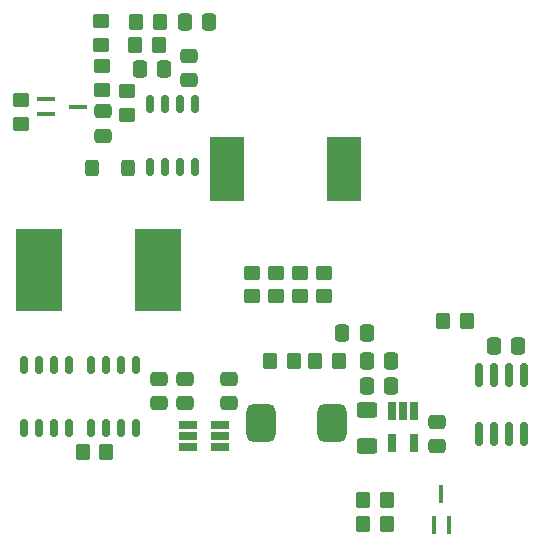
<source format=gtp>
G04 #@! TF.GenerationSoftware,KiCad,Pcbnew,(6.0.4)*
G04 #@! TF.CreationDate,2023-01-27T20:38:21-05:00*
G04 #@! TF.ProjectId,charging_on_the_pad,63686172-6769-46e6-975f-6f6e5f746865,rev?*
G04 #@! TF.SameCoordinates,Original*
G04 #@! TF.FileFunction,Paste,Top*
G04 #@! TF.FilePolarity,Positive*
%FSLAX46Y46*%
G04 Gerber Fmt 4.6, Leading zero omitted, Abs format (unit mm)*
G04 Created by KiCad (PCBNEW (6.0.4)) date 2023-01-27 20:38:21*
%MOMM*%
%LPD*%
G01*
G04 APERTURE LIST*
G04 Aperture macros list*
%AMRoundRect*
0 Rectangle with rounded corners*
0 $1 Rounding radius*
0 $2 $3 $4 $5 $6 $7 $8 $9 X,Y pos of 4 corners*
0 Add a 4 corners polygon primitive as box body*
4,1,4,$2,$3,$4,$5,$6,$7,$8,$9,$2,$3,0*
0 Add four circle primitives for the rounded corners*
1,1,$1+$1,$2,$3*
1,1,$1+$1,$4,$5*
1,1,$1+$1,$6,$7*
1,1,$1+$1,$8,$9*
0 Add four rect primitives between the rounded corners*
20,1,$1+$1,$2,$3,$4,$5,0*
20,1,$1+$1,$4,$5,$6,$7,0*
20,1,$1+$1,$6,$7,$8,$9,0*
20,1,$1+$1,$8,$9,$2,$3,0*%
G04 Aperture macros list end*
%ADD10RoundRect,0.250000X0.337500X0.475000X-0.337500X0.475000X-0.337500X-0.475000X0.337500X-0.475000X0*%
%ADD11RoundRect,0.250000X0.625000X-0.400000X0.625000X0.400000X-0.625000X0.400000X-0.625000X-0.400000X0*%
%ADD12R,4.000000X7.000000*%
%ADD13RoundRect,0.250000X-0.337500X-0.475000X0.337500X-0.475000X0.337500X0.475000X-0.337500X0.475000X0*%
%ADD14RoundRect,0.250000X0.450000X-0.350000X0.450000X0.350000X-0.450000X0.350000X-0.450000X-0.350000X0*%
%ADD15RoundRect,0.250000X0.475000X-0.337500X0.475000X0.337500X-0.475000X0.337500X-0.475000X-0.337500X0*%
%ADD16R,0.450000X1.500000*%
%ADD17R,1.560000X0.650000*%
%ADD18RoundRect,0.150000X0.150000X-0.600000X0.150000X0.600000X-0.150000X0.600000X-0.150000X-0.600000X0*%
%ADD19RoundRect,0.250000X-0.450000X0.350000X-0.450000X-0.350000X0.450000X-0.350000X0.450000X0.350000X0*%
%ADD20RoundRect,0.250000X0.350000X0.450000X-0.350000X0.450000X-0.350000X-0.450000X0.350000X-0.450000X0*%
%ADD21R,1.500000X0.450000*%
%ADD22RoundRect,0.150000X-0.150000X0.825000X-0.150000X-0.825000X0.150000X-0.825000X0.150000X0.825000X0*%
%ADD23RoundRect,0.150000X-0.150000X0.600000X-0.150000X-0.600000X0.150000X-0.600000X0.150000X0.600000X0*%
%ADD24RoundRect,0.250000X-0.475000X0.337500X-0.475000X-0.337500X0.475000X-0.337500X0.475000X0.337500X0*%
%ADD25RoundRect,0.625000X-0.625000X-1.000000X0.625000X-1.000000X0.625000X1.000000X-0.625000X1.000000X0*%
%ADD26RoundRect,0.300000X0.300000X0.400000X-0.300000X0.400000X-0.300000X-0.400000X0.300000X-0.400000X0*%
%ADD27R,0.650000X1.560000*%
%ADD28RoundRect,0.250000X-0.350000X-0.450000X0.350000X-0.450000X0.350000X0.450000X-0.350000X0.450000X0*%
%ADD29R,2.900000X5.400000*%
G04 APERTURE END LIST*
D10*
X153970900Y-112979200D03*
X151895900Y-112979200D03*
D11*
X154003600Y-122550000D03*
X154003600Y-119450000D03*
D12*
X136263400Y-107594400D03*
X126263400Y-107594400D03*
D13*
X153962500Y-117459000D03*
X156037500Y-117459000D03*
D14*
X124714000Y-95234000D03*
X124714000Y-93234000D03*
D15*
X159900000Y-122537500D03*
X159900000Y-120462500D03*
D14*
X131500000Y-88550000D03*
X131500000Y-86550000D03*
D16*
X159650000Y-129219000D03*
X160950000Y-129219000D03*
X160300000Y-126559000D03*
D13*
X164722900Y-114071400D03*
X166797900Y-114071400D03*
D17*
X141558000Y-122616000D03*
X141558000Y-121666000D03*
X141558000Y-120716000D03*
X138858000Y-120716000D03*
X138858000Y-121666000D03*
X138858000Y-122616000D03*
D18*
X128807400Y-121011600D03*
X124997400Y-121011600D03*
X127537400Y-121011600D03*
X126267400Y-121011600D03*
X128807400Y-115650600D03*
X127537400Y-115650600D03*
X126267400Y-115650600D03*
X124997400Y-115650600D03*
D19*
X146304000Y-107839000D03*
X146304000Y-109839000D03*
D20*
X151622000Y-115300000D03*
X149622000Y-115300000D03*
D13*
X134750900Y-90600000D03*
X136825900Y-90600000D03*
D20*
X136450000Y-86600000D03*
X134450000Y-86600000D03*
D15*
X142337500Y-118893500D03*
X142337500Y-116818500D03*
D19*
X150368000Y-107839000D03*
X150368000Y-109839000D03*
D21*
X126838400Y-93150000D03*
X126838400Y-94450000D03*
X129498400Y-93800000D03*
D22*
X167305000Y-116525000D03*
X166035000Y-116525000D03*
X164765000Y-116525000D03*
X163495000Y-116525000D03*
X163495000Y-121475000D03*
X164765000Y-121475000D03*
X166035000Y-121475000D03*
X167305000Y-121475000D03*
D23*
X135622430Y-93527058D03*
X138162430Y-93527058D03*
X139432430Y-93527058D03*
X136892430Y-93527058D03*
X139432430Y-98888058D03*
X135622430Y-98888058D03*
X138162430Y-98888058D03*
X136892430Y-98888058D03*
D24*
X138900000Y-89462500D03*
X138900000Y-91537500D03*
D25*
X145037500Y-120600000D03*
X151037500Y-120600000D03*
D15*
X138557000Y-118893500D03*
X138557000Y-116818500D03*
D14*
X148336000Y-109839000D03*
X148336000Y-107839000D03*
D15*
X136398000Y-118893500D03*
X136398000Y-116818500D03*
D26*
X133800000Y-99000000D03*
X130700000Y-99000000D03*
D27*
X158000000Y-119599200D03*
X157050000Y-119599200D03*
X156100000Y-119599200D03*
X156100000Y-122299200D03*
X158000000Y-122299200D03*
D20*
X155686000Y-129159000D03*
X153686000Y-129159000D03*
D19*
X131600000Y-90350000D03*
X131600000Y-92350000D03*
D18*
X134405000Y-121011000D03*
X130595000Y-121011000D03*
X133135000Y-121011000D03*
X131865000Y-121011000D03*
X133135000Y-115650000D03*
X131865000Y-115650000D03*
X134405000Y-115650000D03*
X130595000Y-115650000D03*
D28*
X153686000Y-127127000D03*
X155686000Y-127127000D03*
D20*
X136350000Y-88600000D03*
X134350000Y-88600000D03*
D13*
X153962500Y-115300000D03*
X156037500Y-115300000D03*
D24*
X131622800Y-94161700D03*
X131622800Y-96236700D03*
D20*
X147812000Y-115300000D03*
X145812000Y-115300000D03*
X162442400Y-111912400D03*
X160442400Y-111912400D03*
D13*
X138562500Y-86600000D03*
X140637500Y-86600000D03*
D20*
X131915000Y-123063000D03*
X129915000Y-123063000D03*
D14*
X133650000Y-94500000D03*
X133650000Y-92500000D03*
X144272000Y-109839000D03*
X144272000Y-107839000D03*
D29*
X142150000Y-99050000D03*
X152050000Y-99050000D03*
M02*

</source>
